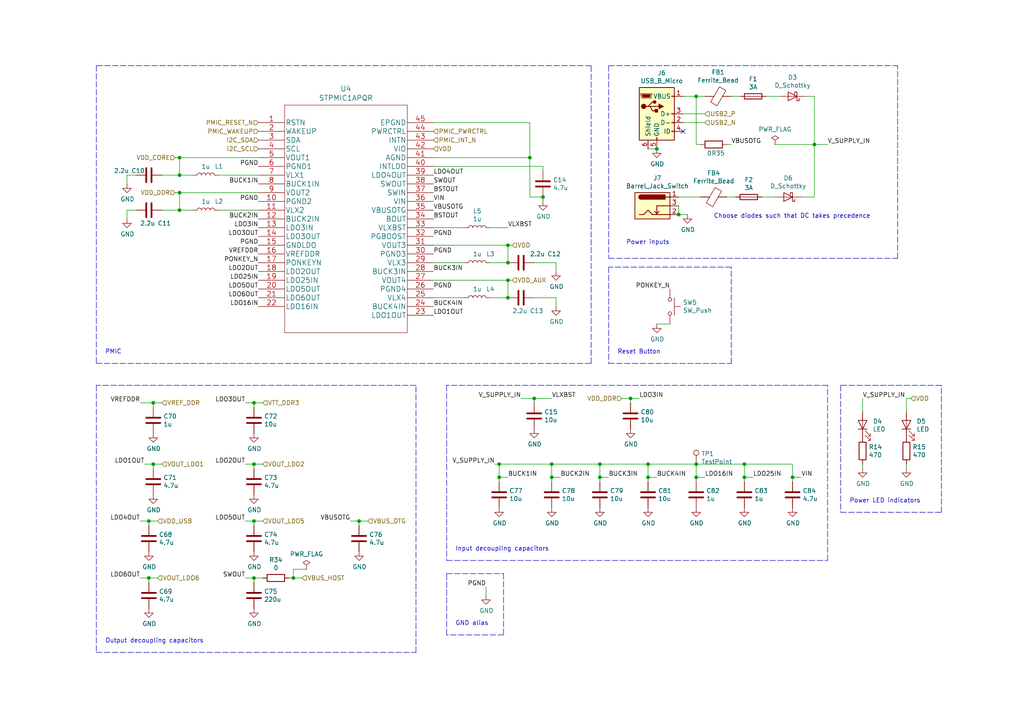
<source format=kicad_sch>
(kicad_sch (version 20211123) (generator eeschema)
  (paper "A4")
  (lib_symbols
    (symbol "Connector:Barrel_Jack_Switch" (pin_names hide)
      (property "Reference" "J" (at 0 5.334 0))
      (property "Value" "Connector_Barrel_Jack_Switch" (at 0 -5.08 0))
      (symbol "Barrel_Jack_Switch_0_1"
        (rectangle (start -5.08 3.81) (end 5.08 -3.81) (stroke (width 0.254)) (fill (type background)))
        (arc (start -3.302 3.175) (mid -3.937 2.54) (end -3.302 1.905) (stroke (width 0.254)))
        (arc (start -3.302 3.175) (mid -3.937 2.54) (end -3.302 1.905) (stroke (width 0.254)) (fill (type outline)))
        (polyline (pts (xy 1.27 -2.286) (xy 1.905 -1.651)) (stroke (width 0.254)))
        (polyline (pts (xy 5.08 2.54) (xy 3.81 2.54)) (stroke (width 0.254)))
        (polyline (pts (xy 5.08 0) (xy 1.27 0) (xy 1.27 -2.286) (xy 0.635 -1.651)) (stroke (width 0.254)))
        (polyline (pts (xy -3.81 -2.54) (xy -2.54 -2.54) (xy -1.27 -1.27) (xy 0 -2.54) (xy 2.54 -2.54) (xy 5.08 -2.54)) (stroke (width 0.254)))
        (rectangle (start 3.683 3.175) (end -3.302 1.905) (stroke (width 0.254)) (fill (type outline)))
      )
      (symbol "Barrel_Jack_Switch_1_1"
        (pin passive line (at 7.62 2.54 180) (length 2.54) (name "~") (number "1"))
        (pin passive line (at 7.62 -2.54 180) (length 2.54) (name "~") (number "2"))
        (pin passive line (at 7.62 0 180) (length 2.54) (name "~") (number "3"))
      )
    )
    (symbol "Connector:TestPoint" (pin_numbers hide) (pin_names (offset 0.762) hide)
      (property "Reference" "TP" (at 0 6.858 0))
      (property "Value" "Connector_TestPoint" (at 0 5.08 0))
      (symbol "TestPoint_0_1"
        (circle (center 0 3.302) (radius 0.762))
      )
      (symbol "TestPoint_1_1"
        (pin passive line (at 0 0 90) (length 2.54) (name "1") (number "1"))
      )
    )
    (symbol "Connector:USB_B_Micro" (pin_names (offset 1.016))
      (property "Reference" "J" (at -5.08 11.43 0))
      (property "Value" "Connector_USB_B_Micro" (at -5.08 8.89 0))
      (symbol "USB_B_Micro_0_1"
        (rectangle (start -5.08 -7.62) (end 5.08 7.62) (stroke (width 0.254)) (fill (type background)))
        (circle (center -3.81 2.159) (radius 0.635) (stroke (width 0.254)) (fill (type outline)))
        (circle (center -0.635 3.429) (radius 0.381) (stroke (width 0.254)) (fill (type outline)))
        (rectangle (start -0.127 -7.62) (end 0.127 -6.858))
        (polyline (pts (xy -1.905 2.159) (xy 0.635 2.159)) (stroke (width 0.254)))
        (polyline (pts (xy -3.175 2.159) (xy -2.54 2.159) (xy -1.27 3.429) (xy -0.635 3.429)) (stroke (width 0.254)))
        (polyline (pts (xy -2.54 2.159) (xy -1.905 2.159) (xy -1.27 0.889) (xy 0 0.889)) (stroke (width 0.254)))
        (polyline (pts (xy 0.635 2.794) (xy 0.635 1.524) (xy 1.905 2.159) (xy 0.635 2.794)) (stroke (width 0.254)) (fill (type outline)))
        (polyline (pts (xy -4.318 5.588) (xy -1.778 5.588) (xy -2.032 4.826) (xy -4.064 4.826) (xy -4.318 5.588)) (fill (type outline)))
        (polyline (pts (xy -4.699 5.842) (xy -4.699 5.588) (xy -4.445 4.826) (xy -4.445 4.572) (xy -1.651 4.572) (xy -1.651 4.826) (xy -1.397 5.588) (xy -1.397 5.842) (xy -4.699 5.842)))
        (rectangle (start 0.254 1.27) (end -0.508 0.508) (stroke (width 0.254)) (fill (type outline)))
        (rectangle (start 5.08 -5.207) (end 4.318 -4.953))
        (rectangle (start 5.08 -2.667) (end 4.318 -2.413))
        (rectangle (start 5.08 -0.127) (end 4.318 0.127))
        (rectangle (start 5.08 4.953) (end 4.318 5.207))
      )
      (symbol "USB_B_Micro_1_1"
        (pin power_out line (at 7.62 5.08 180) (length 2.54) (name "VBUS") (number "1"))
        (pin passive line (at 7.62 -2.54 180) (length 2.54) (name "D-") (number "2"))
        (pin passive line (at 7.62 0 180) (length 2.54) (name "D+") (number "3"))
        (pin passive line (at 7.62 -5.08 180) (length 2.54) (name "ID") (number "4"))
        (pin power_out line (at 0 -10.16 90) (length 2.54) (name "GND") (number "5"))
        (pin passive line (at -2.54 -10.16 90) (length 2.54) (name "Shield") (number "6"))
      )
    )
    (symbol "Device:C" (pin_numbers hide) (pin_names (offset 0.254))
      (property "Reference" "C" (at 0.635 2.54 0))
      (property "Value" "Device_C" (at 0.635 -2.54 0))
      (symbol "C_0_1"
        (polyline (pts (xy -2.032 -0.762) (xy 2.032 -0.762)) (stroke (width 0.508)))
        (polyline (pts (xy -2.032 0.762) (xy 2.032 0.762)) (stroke (width 0.508)))
      )
      (symbol "C_1_1"
        (pin passive line (at 0 3.81 270) (length 2.794) (name "~") (number "1"))
        (pin passive line (at 0 -3.81 90) (length 2.794) (name "~") (number "2"))
      )
    )
    (symbol "Device:D_Schottky" (pin_numbers hide) (pin_names (offset 1.016) hide)
      (property "Reference" "D" (at 0 2.54 0))
      (property "Value" "Device_D_Schottky" (at 0 -2.54 0))
      (symbol "D_Schottky_0_1"
        (polyline (pts (xy 1.27 0) (xy -1.27 0)))
        (polyline (pts (xy 1.27 1.27) (xy 1.27 -1.27) (xy -1.27 0) (xy 1.27 1.27)) (stroke (width 0.2032)))
        (polyline (pts (xy -1.905 0.635) (xy -1.905 1.27) (xy -1.27 1.27) (xy -1.27 -1.27) (xy -0.635 -1.27) (xy -0.635 -0.635)) (stroke (width 0.2032)))
      )
      (symbol "D_Schottky_1_1"
        (pin passive line (at -3.81 0 0) (length 2.54) (name "K") (number "1"))
        (pin passive line (at 3.81 0 180) (length 2.54) (name "A") (number "2"))
      )
    )
    (symbol "Device:Ferrite_Bead" (pin_numbers hide) (pin_names (offset 0))
      (property "Reference" "FB" (at -3.81 0.635 90))
      (property "Value" "Device_Ferrite_Bead" (at 3.81 0 90))
      (symbol "Ferrite_Bead_0_1"
        (polyline (pts (xy 0 -1.27) (xy 0 -1.2192)))
        (polyline (pts (xy 0 1.27) (xy 0 1.2954)))
        (polyline (pts (xy -2.7686 0.4064) (xy -1.7018 2.2606) (xy 2.7686 -0.3048) (xy 1.6764 -2.159) (xy -2.7686 0.4064)))
      )
      (symbol "Ferrite_Bead_1_1"
        (pin passive line (at 0 3.81 270) (length 2.54) (name "~") (number "1"))
        (pin passive line (at 0 -3.81 90) (length 2.54) (name "~") (number "2"))
      )
    )
    (symbol "Device:Fuse" (pin_numbers hide) (pin_names (offset 0))
      (property "Reference" "F" (at 2.032 0 90))
      (property "Value" "Device_Fuse" (at -1.905 0 90))
      (symbol "Fuse_0_1"
        (rectangle (start -0.762 -2.54) (end 0.762 2.54) (stroke (width 0.254)))
        (polyline (pts (xy 0 2.54) (xy 0 -2.54)))
      )
      (symbol "Fuse_1_1"
        (pin passive line (at 0 3.81 270) (length 1.27) (name "~") (number "1"))
        (pin passive line (at 0 -3.81 90) (length 1.27) (name "~") (number "2"))
      )
    )
    (symbol "Device:L" (pin_numbers hide) (pin_names (offset 1.016) hide)
      (property "Reference" "L" (at -1.27 0 90))
      (property "Value" "Device_L" (at 1.905 0 90))
      (symbol "L_0_1"
        (arc (start 0 -2.54) (mid 0.635 -1.905) (end 0 -1.27))
        (arc (start 0 -1.27) (mid 0.635 -0.635) (end 0 0))
        (arc (start 0 0) (mid 0.635 0.635) (end 0 1.27))
        (arc (start 0 1.27) (mid 0.635 1.905) (end 0 2.54))
      )
      (symbol "L_1_1"
        (pin passive line (at 0 3.81 270) (length 1.27) (name "1") (number "1"))
        (pin passive line (at 0 -3.81 90) (length 1.27) (name "2") (number "2"))
      )
    )
    (symbol "Device:LED" (pin_numbers hide) (pin_names (offset 1.016) hide)
      (property "Reference" "D" (at 0 2.54 0))
      (property "Value" "Device_LED" (at 0 -2.54 0))
      (symbol "LED_0_1"
        (polyline (pts (xy -1.27 -1.27) (xy -1.27 1.27)) (stroke (width 0.2032)))
        (polyline (pts (xy -1.27 0) (xy 1.27 0)))
        (polyline (pts (xy 1.27 -1.27) (xy 1.27 1.27) (xy -1.27 0) (xy 1.27 -1.27)) (stroke (width 0.2032)))
        (polyline (pts (xy -3.048 -0.762) (xy -4.572 -2.286) (xy -3.81 -2.286) (xy -4.572 -2.286) (xy -4.572 -1.524)))
        (polyline (pts (xy -1.778 -0.762) (xy -3.302 -2.286) (xy -2.54 -2.286) (xy -3.302 -2.286) (xy -3.302 -1.524)))
      )
      (symbol "LED_1_1"
        (pin passive line (at -3.81 0 0) (length 2.54) (name "K") (number "1"))
        (pin passive line (at 3.81 0 180) (length 2.54) (name "A") (number "2"))
      )
    )
    (symbol "Device:R" (pin_numbers hide) (pin_names (offset 0))
      (property "Reference" "R" (at 2.032 0 90))
      (property "Value" "Device_R" (at 0 0 90))
      (symbol "R_0_1"
        (rectangle (start -1.016 -2.54) (end 1.016 2.54) (stroke (width 0.254)))
      )
      (symbol "R_1_1"
        (pin passive line (at 0 3.81 270) (length 1.27) (name "~") (number "1"))
        (pin passive line (at 0 -3.81 90) (length 1.27) (name "~") (number "2"))
      )
    )
    (symbol "LinuxBoard:STPMIC1APQR" (pin_names (offset 0.254))
      (property "Reference" "U" (at 25.4 10.16 0))
      (property "Value" "STPMIC1APQR" (at 25.4 7.62 0))
      (symbol "STPMIC1APQR_1_1"
        (polyline (pts (xy 7.62 -60.96) (xy 43.18 -60.96)) (stroke (width 0.127)))
        (polyline (pts (xy 7.62 5.08) (xy 7.62 -60.96)) (stroke (width 0.127)))
        (polyline (pts (xy 43.18 -60.96) (xy 43.18 5.08)) (stroke (width 0.127)))
        (polyline (pts (xy 43.18 5.08) (xy 7.62 5.08)) (stroke (width 0.127)))
        (pin bidirectional line (at 0 0 0) (length 7.62) (name "RSTN") (number "1"))
        (pin power_in line (at 0 -22.86 0) (length 7.62) (name "PGND2") (number "10"))
        (pin output line (at 0 -25.4 0) (length 7.62) (name "VLX2") (number "11"))
        (pin input line (at 0 -27.94 0) (length 7.62) (name "BUCK2IN") (number "12"))
        (pin input line (at 0 -30.48 0) (length 7.62) (name "LDO3IN") (number "13"))
        (pin output line (at 0 -33.02 0) (length 7.62) (name "LDO3OUT") (number "14"))
        (pin power_in line (at 0 -35.56 0) (length 7.62) (name "GNDLDO") (number "15"))
        (pin output line (at 0 -38.1 0) (length 7.62) (name "VREFDDR") (number "16"))
        (pin input line (at 0 -40.64 0) (length 7.62) (name "PONKEYN") (number "17"))
        (pin output line (at 0 -43.18 0) (length 7.62) (name "LDO2OUT") (number "18"))
        (pin input line (at 0 -45.72 0) (length 7.62) (name "LDO25IN") (number "19"))
        (pin input line (at 0 -2.54 0) (length 7.62) (name "WAKEUP") (number "2"))
        (pin output line (at 0 -48.26 0) (length 7.62) (name "LDO5OUT") (number "20"))
        (pin output line (at 0 -50.8 0) (length 7.62) (name "LDO6OUT") (number "21"))
        (pin input line (at 0 -53.34 0) (length 7.62) (name "LDO16IN") (number "22"))
        (pin output line (at 50.8 -55.88 180) (length 7.62) (name "LDO1OUT") (number "23"))
        (pin input line (at 50.8 -53.34 180) (length 7.62) (name "BUCK4IN") (number "24"))
        (pin output line (at 50.8 -50.8 180) (length 7.62) (name "VLX4") (number "25"))
        (pin power_in line (at 50.8 -48.26 180) (length 7.62) (name "PGND4") (number "26"))
        (pin output line (at 50.8 -45.72 180) (length 7.62) (name "VOUT4") (number "27"))
        (pin input line (at 50.8 -43.18 180) (length 7.62) (name "BUCK3IN") (number "28"))
        (pin output line (at 50.8 -40.64 180) (length 7.62) (name "VLX3") (number "29"))
        (pin bidirectional line (at 0 -5.08 0) (length 7.62) (name "SDA") (number "3"))
        (pin power_in line (at 50.8 -38.1 180) (length 7.62) (name "PGND3") (number "30"))
        (pin output line (at 50.8 -35.56 180) (length 7.62) (name "VOUT3") (number "31"))
        (pin power_in line (at 50.8 -33.02 180) (length 7.62) (name "PGBOOST") (number "32"))
        (pin input line (at 50.8 -30.48 180) (length 7.62) (name "VLXBST") (number "33"))
        (pin output line (at 50.8 -27.94 180) (length 7.62) (name "BOUT") (number "34"))
        (pin output line (at 50.8 -25.4 180) (length 7.62) (name "VBUSOTG") (number "35"))
        (pin input line (at 50.8 -22.86 180) (length 7.62) (name "VIN") (number "36"))
        (pin input line (at 50.8 -20.32 180) (length 7.62) (name "SWIN") (number "37"))
        (pin output line (at 50.8 -17.78 180) (length 7.62) (name "SWOUT") (number "38"))
        (pin output line (at 50.8 -15.24 180) (length 7.62) (name "LDO4OUT") (number "39"))
        (pin input line (at 0 -7.62 0) (length 7.62) (name "SCL") (number "4"))
        (pin output line (at 50.8 -12.7 180) (length 7.62) (name "INTLDO") (number "40"))
        (pin power_in line (at 50.8 -10.16 180) (length 7.62) (name "AGND") (number "41"))
        (pin input line (at 50.8 -7.62 180) (length 7.62) (name "VIO") (number "42"))
        (pin output line (at 50.8 -5.08 180) (length 7.62) (name "INTN") (number "43"))
        (pin input line (at 50.8 -2.54 180) (length 7.62) (name "PWRCTRL") (number "44"))
        (pin power_in line (at 50.8 0 180) (length 7.62) (name "EPGND") (number "45"))
        (pin output line (at 0 -10.16 0) (length 7.62) (name "VOUT1") (number "5"))
        (pin power_in line (at 0 -12.7 0) (length 7.62) (name "PGND1") (number "6"))
        (pin output line (at 0 -15.24 0) (length 7.62) (name "VLX1") (number "7"))
        (pin input line (at 0 -17.78 0) (length 7.62) (name "BUCK1IN") (number "8"))
        (pin output line (at 0 -20.32 0) (length 7.62) (name "VOUT2") (number "9"))
      )
    )
    (symbol "Switch:SW_Push" (pin_numbers hide) (pin_names (offset 1.016) hide)
      (property "Reference" "SW" (at 1.27 2.54 0))
      (property "Value" "Switch_SW_Push" (at 0 -1.524 0))
      (symbol "SW_Push_0_1"
        (circle (center -2.032 0) (radius 0.508))
        (polyline (pts (xy 0 1.27) (xy 0 3.048)))
        (polyline (pts (xy 2.54 1.27) (xy -2.54 1.27)))
        (circle (center 2.032 0) (radius 0.508))
        (pin passive line (at -5.08 0 0) (length 2.54) (name "1") (number "1"))
        (pin passive line (at 5.08 0 180) (length 2.54) (name "2") (number "2"))
      )
    )
    (symbol "power:GND" (power) (pin_names (offset 0))
      (property "Value" "power_GND" (at 0 -3.81 0))
      (symbol "GND_0_1"
        (polyline (pts (xy 0 0) (xy 0 -1.27) (xy 1.27 -1.27) (xy 0 -2.54) (xy -1.27 -1.27) (xy 0 -1.27)))
      )
      (symbol "GND_1_1"
        (pin power_in line (at 0 0 270) (length 0) hide (name "GND") (number "1"))
      )
    )
    (symbol "power:PWR_FLAG" (power) (pin_numbers hide) (pin_names (offset 0) hide)
      (property "Value" "power_PWR_FLAG" (at 0 3.81 0))
      (symbol "PWR_FLAG_0_0"
        (pin power_out line (at 0 0 90) (length 0) (name "pwr") (number "1"))
      )
      (symbol "PWR_FLAG_0_1"
        (polyline (pts (xy 0 0) (xy 0 1.27) (xy -1.016 1.905) (xy 0 2.54) (xy 1.016 1.905) (xy 0 1.27)))
      )
    )
  )
  (junction (at 215.9 134.62))
  (junction (at 52.07 60.96))
  (junction (at 173.99 138.43))
  (junction (at 73.66 116.84))
  (junction (at 201.93 134.62))
  (junction (at 160.02 134.62))
  (junction (at 147.32 76.2))
  (junction (at 201.93 138.43))
  (junction (at 157.48 57.15))
  (junction (at 182.88 115.57))
  (junction (at 187.96 138.43))
  (junction (at 52.07 45.72))
  (junction (at 144.78 134.62))
  (junction (at 73.66 151.13))
  (junction (at 73.66 134.62))
  (junction (at 44.45 116.84))
  (junction (at 43.18 151.13))
  (junction (at 43.18 167.64))
  (junction (at 147.32 86.36))
  (junction (at 153.67 45.72))
  (junction (at 52.07 50.8))
  (junction (at 190.5 43.18))
  (junction (at 215.9 138.43))
  (junction (at 160.02 138.43))
  (junction (at 85.09 167.64))
  (junction (at 173.99 134.62))
  (junction (at 201.93 27.94))
  (junction (at 44.45 134.62))
  (junction (at 236.22 41.91))
  (junction (at 147.32 81.28))
  (junction (at 73.66 167.64))
  (junction (at 104.14 151.13))
  (junction (at 52.07 55.88))
  (junction (at 229.87 138.43))
  (junction (at 144.78 138.43))
  (junction (at 147.32 71.12))
  (junction (at 154.94 115.57))
  (junction (at 187.96 134.62))
  (junction (at 196.85 62.23))
  (no_connect (at 198.12 38.1))
  (wire (pts (xy 104.14 151.13) (xy 101.6 151.13)))
  (wire (pts (xy 36.83 53.34) (xy 36.83 50.8)))
  (wire (pts (xy 151.13 115.57) (xy 154.94 115.57)))
  (wire (pts (xy 46.99 50.8) (xy 52.07 50.8)))
  (polyline (pts (xy 171.45 105.41) (xy 171.45 19.05)))
  (wire (pts (xy 160.02 134.62) (xy 173.99 134.62)))
  (wire (pts (xy 187.96 138.43) (xy 187.96 139.7)))
  (wire (pts (xy 236.22 41.91) (xy 236.22 27.94)))
  (wire (pts (xy 147.32 71.12) (xy 125.73 71.12)))
  (wire (pts (xy 73.66 118.11) (xy 73.66 116.84)))
  (wire (pts (xy 85.09 165.1) (xy 85.09 167.64)))
  (wire (pts (xy 40.64 116.84) (xy 44.45 116.84)))
  (wire (pts (xy 226.06 27.94) (xy 222.25 27.94)))
  (wire (pts (xy 187.96 134.62) (xy 187.96 138.43)))
  (wire (pts (xy 44.45 134.62) (xy 41.91 134.62)))
  (wire (pts (xy 44.45 135.89) (xy 44.45 134.62)))
  (polyline (pts (xy 129.54 166.37) (xy 146.05 166.37)))
  (polyline (pts (xy 260.35 74.93) (xy 260.35 19.05)))
  (wire (pts (xy 52.07 60.96) (xy 52.07 55.88)))
  (polyline (pts (xy 27.94 111.76) (xy 27.94 189.23)))
  (wire (pts (xy 73.66 134.62) (xy 76.2 134.62)))
  (polyline (pts (xy 176.53 19.05) (xy 260.35 19.05)))
  (polyline (pts (xy 129.54 111.76) (xy 129.54 162.56)))
  (polyline (pts (xy 27.94 19.05) (xy 27.94 105.41)))
  (polyline (pts (xy 120.65 111.76) (xy 27.94 111.76)))
  (polyline (pts (xy 212.09 77.47) (xy 176.53 77.47)))
  (wire (pts (xy 224.79 57.15) (xy 220.98 57.15)))
  (wire (pts (xy 142.24 86.36) (xy 147.32 86.36)))
  (wire (pts (xy 187.96 138.43) (xy 190.5 138.43)))
  (wire (pts (xy 173.99 134.62) (xy 173.99 138.43)))
  (wire (pts (xy 125.73 45.72) (xy 153.67 45.72)))
  (wire (pts (xy 161.29 78.74) (xy 161.29 76.2)))
  (wire (pts (xy 125.73 48.26) (xy 157.48 48.26)))
  (wire (pts (xy 104.14 152.4) (xy 104.14 151.13)))
  (wire (pts (xy 196.85 57.15) (xy 203.2 57.15)))
  (wire (pts (xy 134.62 66.04) (xy 125.73 66.04)))
  (wire (pts (xy 43.18 167.64) (xy 45.72 167.64)))
  (polyline (pts (xy 176.53 19.05) (xy 176.53 74.93)))
  (wire (pts (xy 250.19 135.89) (xy 250.19 134.62)))
  (wire (pts (xy 240.03 41.91) (xy 236.22 41.91)))
  (polyline (pts (xy 273.05 111.76) (xy 243.84 111.76)))
  (wire (pts (xy 52.07 55.88) (xy 74.93 55.88)))
  (wire (pts (xy 73.66 135.89) (xy 73.66 134.62)))
  (wire (pts (xy 201.93 27.94) (xy 204.47 27.94)))
  (wire (pts (xy 198.12 27.94) (xy 201.93 27.94)))
  (wire (pts (xy 160.02 138.43) (xy 162.56 138.43)))
  (wire (pts (xy 142.24 76.2) (xy 147.32 76.2)))
  (wire (pts (xy 43.18 168.91) (xy 43.18 167.64)))
  (wire (pts (xy 201.93 134.62) (xy 187.96 134.62)))
  (wire (pts (xy 210.82 57.15) (xy 213.36 57.15)))
  (polyline (pts (xy 146.05 184.15) (xy 129.54 184.15)))
  (wire (pts (xy 210.82 41.91) (xy 212.09 41.91)))
  (wire (pts (xy 73.66 167.64) (xy 76.2 167.64)))
  (wire (pts (xy 173.99 138.43) (xy 176.53 138.43)))
  (wire (pts (xy 229.87 134.62) (xy 215.9 134.62)))
  (wire (pts (xy 233.68 27.94) (xy 236.22 27.94)))
  (wire (pts (xy 153.67 45.72) (xy 153.67 57.15)))
  (wire (pts (xy 201.93 41.91) (xy 201.93 27.94)))
  (wire (pts (xy 203.2 41.91) (xy 201.93 41.91)))
  (polyline (pts (xy 176.53 77.47) (xy 176.53 105.41)))
  (wire (pts (xy 160.02 138.43) (xy 160.02 139.7)))
  (wire (pts (xy 144.78 138.43) (xy 147.32 138.43)))
  (wire (pts (xy 83.82 167.64) (xy 85.09 167.64)))
  (wire (pts (xy 55.88 50.8) (xy 52.07 50.8)))
  (wire (pts (xy 46.99 60.96) (xy 52.07 60.96)))
  (wire (pts (xy 201.93 138.43) (xy 201.93 134.62)))
  (wire (pts (xy 212.09 27.94) (xy 214.63 27.94)))
  (wire (pts (xy 73.66 134.62) (xy 71.12 134.62)))
  (wire (pts (xy 140.97 172.72) (xy 140.97 170.18)))
  (wire (pts (xy 153.67 57.15) (xy 157.48 57.15)))
  (wire (pts (xy 147.32 81.28) (xy 125.73 81.28)))
  (wire (pts (xy 144.78 134.62) (xy 160.02 134.62)))
  (wire (pts (xy 196.85 62.23) (xy 196.85 59.69)))
  (wire (pts (xy 43.18 167.64) (xy 40.64 167.64)))
  (wire (pts (xy 44.45 134.62) (xy 46.99 134.62)))
  (wire (pts (xy 264.16 115.57) (xy 262.89 115.57)))
  (polyline (pts (xy 129.54 162.56) (xy 240.03 162.56)))
  (wire (pts (xy 215.9 134.62) (xy 201.93 134.62)))
  (wire (pts (xy 250.19 115.57) (xy 250.19 119.38)))
  (polyline (pts (xy 27.94 105.41) (xy 171.45 105.41)))
  (wire (pts (xy 125.73 76.2) (xy 134.62 76.2)))
  (wire (pts (xy 215.9 138.43) (xy 215.9 134.62)))
  (wire (pts (xy 73.66 116.84) (xy 71.12 116.84)))
  (polyline (pts (xy 176.53 105.41) (xy 212.09 105.41)))
  (wire (pts (xy 43.18 151.13) (xy 40.64 151.13)))
  (wire (pts (xy 173.99 138.43) (xy 173.99 139.7)))
  (wire (pts (xy 147.32 76.2) (xy 147.32 71.12)))
  (wire (pts (xy 148.59 81.28) (xy 147.32 81.28)))
  (wire (pts (xy 73.66 168.91) (xy 73.66 167.64)))
  (wire (pts (xy 153.67 35.56) (xy 153.67 45.72)))
  (wire (pts (xy 182.88 115.57) (xy 180.34 115.57)))
  (wire (pts (xy 201.93 139.7) (xy 201.93 138.43)))
  (wire (pts (xy 262.89 135.89) (xy 262.89 134.62)))
  (wire (pts (xy 187.96 43.18) (xy 190.5 43.18)))
  (polyline (pts (xy 243.84 111.76) (xy 243.84 148.59)))
  (wire (pts (xy 154.94 115.57) (xy 160.02 115.57)))
  (polyline (pts (xy 176.53 74.93) (xy 260.35 74.93)))
  (wire (pts (xy 157.48 58.42) (xy 157.48 57.15)))
  (wire (pts (xy 147.32 66.04) (xy 142.24 66.04)))
  (wire (pts (xy 199.39 62.23) (xy 196.85 62.23)))
  (wire (pts (xy 104.14 151.13) (xy 106.68 151.13)))
  (wire (pts (xy 148.59 71.12) (xy 147.32 71.12)))
  (wire (pts (xy 125.73 86.36) (xy 134.62 86.36)))
  (wire (pts (xy 161.29 88.9) (xy 161.29 86.36)))
  (polyline (pts (xy 129.54 184.15) (xy 129.54 166.37)))
  (wire (pts (xy 154.94 115.57) (xy 154.94 116.84)))
  (polyline (pts (xy 171.45 19.05) (xy 27.94 19.05)))
  (wire (pts (xy 73.66 167.64) (xy 71.12 167.64)))
  (polyline (pts (xy 243.84 148.59) (xy 273.05 148.59)))
  (wire (pts (xy 50.8 55.88) (xy 52.07 55.88)))
  (wire (pts (xy 55.88 60.96) (xy 52.07 60.96)))
  (wire (pts (xy 73.66 151.13) (xy 76.2 151.13)))
  (wire (pts (xy 198.12 33.02) (xy 204.47 33.02)))
  (wire (pts (xy 73.66 152.4) (xy 73.66 151.13)))
  (wire (pts (xy 173.99 134.62) (xy 187.96 134.62)))
  (wire (pts (xy 229.87 139.7) (xy 229.87 138.43)))
  (polyline (pts (xy 273.05 148.59) (xy 273.05 111.76)))
  (wire (pts (xy 182.88 116.84) (xy 182.88 115.57)))
  (wire (pts (xy 157.48 49.53) (xy 157.48 48.26)))
  (polyline (pts (xy 212.09 105.41) (xy 212.09 77.47)))
  (wire (pts (xy 204.47 35.56) (xy 198.12 35.56)))
  (wire (pts (xy 154.94 76.2) (xy 161.29 76.2)))
  (wire (pts (xy 36.83 63.5) (xy 36.83 60.96)))
  (wire (pts (xy 52.07 45.72) (xy 74.93 45.72)))
  (wire (pts (xy 44.45 118.11) (xy 44.45 116.84)))
  (wire (pts (xy 88.9 165.1) (xy 85.09 165.1)))
  (polyline (pts (xy 120.65 189.23) (xy 120.65 111.76)))
  (wire (pts (xy 63.5 60.96) (xy 74.93 60.96)))
  (wire (pts (xy 215.9 138.43) (xy 218.44 138.43)))
  (wire (pts (xy 73.66 151.13) (xy 71.12 151.13)))
  (polyline (pts (xy 146.05 166.37) (xy 146.05 184.15)))
  (wire (pts (xy 215.9 139.7) (xy 215.9 138.43)))
  (wire (pts (xy 52.07 50.8) (xy 52.07 45.72)))
  (wire (pts (xy 36.83 60.96) (xy 39.37 60.96)))
  (wire (pts (xy 182.88 115.57) (xy 185.42 115.57)))
  (wire (pts (xy 43.18 151.13) (xy 45.72 151.13)))
  (wire (pts (xy 74.93 50.8) (xy 63.5 50.8)))
  (wire (pts (xy 43.18 152.4) (xy 43.18 151.13)))
  (polyline (pts (xy 240.03 111.76) (xy 129.54 111.76)))
  (wire (pts (xy 85.09 167.64) (xy 87.63 167.64)))
  (polyline (pts (xy 240.03 162.56) (xy 240.03 111.76)))
  (wire (pts (xy 73.66 116.84) (xy 76.2 116.84)))
  (wire (pts (xy 236.22 57.15) (xy 236.22 41.91)))
  (wire (pts (xy 46.99 116.84) (xy 44.45 116.84)))
  (wire (pts (xy 262.89 115.57) (xy 262.89 119.38)))
  (wire (pts (xy 229.87 138.43) (xy 232.41 138.43)))
  (wire (pts (xy 125.73 35.56) (xy 153.67 35.56)))
  (wire (pts (xy 229.87 138.43) (xy 229.87 134.62)))
  (wire (pts (xy 160.02 134.62) (xy 160.02 138.43)))
  (wire (pts (xy 144.78 138.43) (xy 144.78 139.7)))
  (polyline (pts (xy 27.94 189.23) (xy 120.65 189.23)))
  (wire (pts (xy 190.5 93.98) (xy 194.31 93.98)))
  (wire (pts (xy 201.93 138.43) (xy 204.47 138.43)))
  (wire (pts (xy 224.79 41.91) (xy 236.22 41.91)))
  (wire (pts (xy 147.32 86.36) (xy 147.32 81.28)))
  (wire (pts (xy 232.41 57.15) (xy 236.22 57.15)))
  (wire (pts (xy 36.83 50.8) (xy 39.37 50.8)))
  (wire (pts (xy 144.78 134.62) (xy 144.78 138.43)))
  (wire (pts (xy 143.51 134.62) (xy 144.78 134.62)))
  (wire (pts (xy 50.8 45.72) (xy 52.07 45.72)))
  (wire (pts (xy 154.94 86.36) (xy 161.29 86.36)))
  (text "PMIC\n" (at 30.48 102.87 0) (effects (font (size 1.27 1.27)) (justify left bottom)))
  (text "Power LED indicators" (at 246.38 146.05 0) (effects (font (size 1.27 1.27)) (justify left bottom)))
  (text "Choose diodes such that DC takes precedence" (at 207.01 63.5 0) (effects (font (size 1.27 1.27)) (justify left bottom)))
  (text "GND alias\n" (at 132.08 181.61 0) (effects (font (size 1.27 1.27)) (justify left bottom)))
  (text "Reset Button\n" (at 179.07 102.87 0) (effects (font (size 1.27 1.27)) (justify left bottom)))
  (text "Power inputs" (at 181.61 71.12 0) (effects (font (size 1.27 1.27)) (justify left bottom)))
  (text "Input decoupling capacitors\n" (at 132.08 160.02 0) (effects (font (size 1.27 1.27)) (justify left bottom)))
  (text "Output decoupling capacitors" (at 30.48 186.69 0) (effects (font (size 1.27 1.27)) (justify left bottom)))
  (label "PGND" (at 125.73 83.82 0))
  (label "BSTOUT" (at 125.73 55.88 0))
  (label "BUCK4IN" (at 190.5 138.43 0))
  (label "PGND" (at 74.93 71.12 180))
  (label "LDO4OUT" (at 40.64 151.13 180))
  (label "PGND" (at 140.97 170.18 180))
  (label "LDO16IN" (at 204.47 138.43 0))
  (label "SWOUT" (at 71.12 167.64 180))
  (label "PGND" (at 125.73 68.58 0))
  (label "LDO4OUT" (at 125.73 50.8 0))
  (label "LDO2OUT" (at 74.93 78.74 180))
  (label "VREFDDR" (at 40.64 116.84 180))
  (label "LDO5OUT" (at 71.12 151.13 180))
  (label "PONKEY_N" (at 194.31 83.82 180))
  (label "PONKEY_N" (at 74.93 76.2 180))
  (label "LDO1OUT" (at 41.91 134.62 180))
  (label "LDO16IN" (at 74.93 88.9 180))
  (label "VLXBST" (at 160.02 115.57 0))
  (label "BUCK1IN" (at 147.32 138.43 0))
  (label "BUCK2IN" (at 162.56 138.43 0))
  (label "BUCK1IN" (at 74.93 53.34 180))
  (label "BUCK2IN" (at 74.93 63.5 180))
  (label "PGND" (at 125.73 73.66 0))
  (label "PGND" (at 74.93 58.42 180))
  (label "V_SUPPLY_IN" (at 143.51 134.62 180))
  (label "V_SUPPLY_IN" (at 250.19 115.57 0))
  (label "LDO5OUT" (at 74.93 83.82 180))
  (label "VBUSOTG" (at 125.73 60.96 0))
  (label "LDO3IN" (at 185.42 115.57 0))
  (label "BUCK3IN" (at 125.73 78.74 0))
  (label "LDO25IN" (at 74.93 81.28 180))
  (label "LDO2OUT" (at 71.12 134.62 180))
  (label "V_SUPPLY_IN" (at 151.13 115.57 180))
  (label "BUCK4IN" (at 125.73 88.9 0))
  (label "BUCK3IN" (at 176.53 138.43 0))
  (label "V_SUPPLY_IN" (at 240.03 41.91 0))
  (label "VBUSOTG" (at 212.09 41.91 0))
  (label "VBUSOTG" (at 101.6 151.13 180))
  (label "VIN" (at 232.41 138.43 0))
  (label "LDO3IN" (at 74.93 66.04 180))
  (label "VIN" (at 125.73 58.42 0))
  (label "VLXBST" (at 147.32 66.04 0))
  (label "LDO3OUT" (at 71.12 116.84 180))
  (label "LDO3OUT" (at 74.93 68.58 180))
  (label "LDO6OUT" (at 74.93 86.36 180))
  (label "LDO6OUT" (at 40.64 167.64 180))
  (label "VREFDDR" (at 74.93 73.66 180))
  (label "LDO1OUT" (at 125.73 91.44 0))
  (label "BSTOUT" (at 125.73 63.5 0))
  (label "LDO25IN" (at 218.44 138.43 0))
  (label "SWOUT" (at 125.73 53.34 0))
  (label "PGND" (at 74.93 48.26 180))
  (hierarchical_label "VDD_CORE" (shape input) (at 50.8 45.72 180))
  (hierarchical_label "USB2_P" (shape input) (at 204.47 33.02 0))
  (hierarchical_label "PMIC_PWRCTRL" (shape input) (at 125.73 38.1 0))
  (hierarchical_label "VDD_DDR" (shape input) (at 180.34 115.57 180))
  (hierarchical_label "VREF_DDR" (shape input) (at 46.99 116.84 0))
  (hierarchical_label "USB2_N" (shape input) (at 204.47 35.56 0))
  (hierarchical_label "VDD" (shape input) (at 125.73 43.18 0))
  (hierarchical_label "VDD_DDR" (shape input) (at 50.8 55.88 180))
  (hierarchical_label "VOUT_LDO1" (shape input) (at 46.99 134.62 0))
  (hierarchical_label "I2C_SDA" (shape input) (at 74.93 40.64 180))
  (hierarchical_label "I2C_SCL" (shape input) (at 74.93 43.18 180))
  (hierarchical_label "VDD_AUX" (shape input) (at 148.59 81.28 0))
  (hierarchical_label "VBUS_HOST" (shape input) (at 87.63 167.64 0))
  (hierarchical_label "VDD" (shape input) (at 148.59 71.12 0))
  (hierarchical_label "VOUT_LDO2" (shape input) (at 76.2 134.62 0))
  (hierarchical_label "PMIC_RESET_N" (shape input) (at 74.93 35.56 180))
  (hierarchical_label "VDD" (shape input) (at 264.16 115.57 0))
  (hierarchical_label "VOUT_LDO5" (shape input) (at 76.2 151.13 0))
  (hierarchical_label "VOUT_LDO6" (shape input) (at 45.72 167.64 0))
  (hierarchical_label "PMIC_INT_N" (shape input) (at 125.73 40.64 0))
  (hierarchical_label "VDD_USB" (shape input) (at 45.72 151.13 0))
  (hierarchical_label "VBUS_OTG" (shape input) (at 106.68 151.13 0))
  (hierarchical_label "PMIC_WAKEUP" (shape input) (at 74.93 38.1 180))
  (hierarchical_label "VTT_DDR3" (shape input) (at 76.2 116.84 0))
  (symbol (lib_id "LinuxBoard:STPMIC1APQR") (at 74.93 35.56 0) (unit 1)
    (property "Reference" "U4" (at 100.33 25.7302 0) (effects (font (size 1.524 1.524))))
    (property "Value" "STPMIC1APQR" (at 100.33 28.4226 0) (effects (font (size 1.524 1.524))))
    (property "Footprint" "LinuxBoard:STPMIC1APQR" (effects hide))
  )
  (symbol (lib_id "Connector:USB_B_Micro") (at 190.5 33.02 0)
    (property "Reference" "J6" (at 191.9478 21.1582 0))
    (property "Value" "USB_B_Micro" (at 191.9478 23.4696 0))
    (property "Footprint" "Connector_USB:USB_Micro-B_Amphenol_10103594-0001LF_Horizontal" (effects hide))
  )
  (symbol (lib_id "Device:D_Schottky") (at 229.87 27.94 180)
    (property "Reference" "D3" (at 229.87 22.4536 0))
    (property "Value" "D_Schottky" (at 229.87 24.765 0))
    (property "Footprint" "Diode_SMD:D_0603_1608Metric" (effects hide))
  )
  (symbol (lib_id "Device:Ferrite_Bead") (at 208.28 27.94 270)
    (property "Reference" "FB1" (at 208.28 20.9804 90))
    (property "Value" "Ferrite_Bead" (at 208.28 23.2918 90))
    (property "Footprint" "Inductor_SMD:L_0603_1608Metric" (effects hide))
  )
  (symbol (lib_id "Device:Fuse") (at 218.44 27.94 270)
    (property "Reference" "F1" (at 218.44 22.9362 90))
    (property "Value" "3A" (at 218.44 25.2476 90))
    (property "Footprint" "Fuse:Fuse_0603_1608Metric" (effects hide))
  )
  (symbol (lib_id "power:GND") (at 190.5 43.18 0)
    (property "Reference" "#PWR026" (effects hide))
    (property "Value" "GND" (at 190.627 47.5742 0))
  )
  (symbol (lib_id "Device:R") (at 250.19 130.81 0) (unit 1)
    (property "Reference" "R14" (at 251.968 129.6416 0) (effects (justify left)))
    (property "Value" "470" (at 251.968 131.953 0) (effects (justify left)))
    (property "Footprint" "Resistor_SMD:R_0603_1608Metric_Pad1.05x0.95mm_HandSolder" (effects hide))
  )
  (symbol (lib_id "Device:LED") (at 250.19 123.19 90) (unit 1)
    (property "Reference" "D4" (at 253.1618 122.1994 90) (effects (justify right)))
    (property "Value" "LED" (at 253.1618 124.5108 90) (effects (justify right)))
    (property "Footprint" "LED_SMD:LED_0603_1608Metric" (effects hide))
  )
  (symbol (lib_id "power:GND") (at 250.19 135.89 0) (unit 1)
    (property "Reference" "#PWR028" (effects hide))
    (property "Value" "GND" (at 250.317 140.2842 0))
  )
  (symbol (lib_id "Connector:Barrel_Jack_Switch") (at 189.23 59.69 0) (unit 1)
    (property "Reference" "J7" (at 190.6778 51.6382 0))
    (property "Value" "Barrel_Jack_Switch" (at 190.6778 53.9496 0))
    (property "Footprint" "Connector_BarrelJack:BarrelJack_Wuerth_6941xx301002" (effects hide))
  )
  (symbol (lib_id "Device:R") (at 80.01 167.64 270) (unit 1)
    (property "Reference" "R34" (at 80.01 162.3822 90))
    (property "Value" "0" (at 80.01 164.6936 90))
    (property "Footprint" "Resistor_SMD:R_0603_1608Metric_Pad1.05x0.95mm_HandSolder" (effects hide))
  )
  (symbol (lib_id "Device:L") (at 59.69 50.8 90) (unit 1)
    (property "Reference" "L1" (at 63.5 48.26 90))
    (property "Value" "1u" (at 59.69 48.2854 90))
    (property "Footprint" "Inductor_SMD:L_0603_1608Metric" (effects hide))
  )
  (symbol (lib_id "Device:C") (at 43.18 50.8 270) (unit 1)
    (property "Reference" "C10" (at 38.1 49.53 90) (effects (justify left)))
    (property "Value" "2.2u" (at 33.02 49.53 90) (effects (justify left)))
    (property "Footprint" "Capacitor_SMD:C_0603_1608Metric" (effects hide))
  )
  (symbol (lib_id "Device:L") (at 59.69 60.96 90) (unit 1)
    (property "Reference" "L2" (at 63.5 58.42 90))
    (property "Value" "1u" (at 59.69 58.4454 90))
    (property "Footprint" "Inductor_SMD:L_0603_1608Metric" (effects hide))
  )
  (symbol (lib_id "Device:C") (at 43.18 60.96 270) (unit 1)
    (property "Reference" "C11" (at 45.72 64.77 90) (effects (justify left)))
    (property "Value" "2.2u" (at 40.64 64.77 90) (effects (justify left)))
    (property "Footprint" "Capacitor_SMD:C_0603_1608Metric" (effects hide))
  )
  (symbol (lib_id "power:GND") (at 36.83 63.5 0) (unit 1)
    (property "Reference" "#PWR022" (effects hide))
    (property "Value" "GND" (at 36.957 67.8942 0))
  )
  (symbol (lib_id "power:GND") (at 36.83 53.34 0) (unit 1)
    (property "Reference" "#PWR021" (effects hide))
    (property "Value" "GND" (at 36.957 57.7342 0))
  )
  (symbol (lib_id "Device:L") (at 138.43 76.2 90) (unit 1)
    (property "Reference" "L3" (at 142.24 73.66 90))
    (property "Value" "1u" (at 138.43 73.6854 90))
    (property "Footprint" "Inductor_SMD:L_0603_1608Metric" (effects hide))
  )
  (symbol (lib_id "Device:C") (at 151.13 76.2 270) (unit 1)
    (property "Reference" "C12" (at 158.75 73.66 90) (effects (justify left)))
    (property "Value" "2.2u" (at 153.67 73.66 90) (effects (justify left)))
    (property "Footprint" "Capacitor_SMD:C_0603_1608Metric" (effects hide))
  )
  (symbol (lib_id "power:GND") (at 161.29 78.74 0) (unit 1)
    (property "Reference" "#PWR024" (effects hide))
    (property "Value" "GND" (at 161.417 83.1342 0))
  )
  (symbol (lib_id "Device:L") (at 138.43 86.36 90) (unit 1)
    (property "Reference" "L4" (at 142.24 83.82 90))
    (property "Value" "1u" (at 138.43 83.8454 90))
    (property "Footprint" "Inductor_SMD:L_0603_1608Metric" (effects hide))
  )
  (symbol (lib_id "Device:C") (at 151.13 86.36 270) (unit 1)
    (property "Reference" "C13" (at 153.67 90.17 90) (effects (justify left)))
    (property "Value" "2.2u" (at 148.59 90.17 90) (effects (justify left)))
    (property "Footprint" "Capacitor_SMD:C_0603_1608Metric" (effects hide))
  )
  (symbol (lib_id "power:GND") (at 161.29 88.9 0) (unit 1)
    (property "Reference" "#PWR025" (effects hide))
    (property "Value" "GND" (at 161.417 93.2942 0))
  )
  (symbol (lib_id "Switch:SW_Push") (at 194.31 88.9 270)
    (property "Reference" "SW5" (at 198.0692 87.7316 90) (effects (justify left)))
    (property "Value" "SW_Push" (at 198.0692 90.043 90) (effects (justify left)))
    (property "Footprint" "Button_Switch_SMD:SW_Push_1P1T_NO_6x6mm_H9.5mm" (effects hide))
  )
  (symbol (lib_id "power:GND") (at 190.5 93.98 0)
    (property "Reference" "#PWR035" (effects hide))
    (property "Value" "GND" (at 190.627 98.3742 0))
  )
  (symbol (lib_id "Device:L") (at 138.43 66.04 90) (unit 1)
    (property "Reference" "L5" (at 138.43 61.214 90))
    (property "Value" "1u" (at 138.43 63.5254 90))
    (property "Footprint" "Inductor_SMD:L_0603_1608Metric" (effects hide))
  )
  (symbol (lib_id "Device:C") (at 154.94 120.65 0) (unit 1)
    (property "Reference" "C15" (at 157.861 119.4816 0) (effects (justify left)))
    (property "Value" "10u" (at 157.861 121.793 0) (effects (justify left)))
    (property "Footprint" "Capacitor_SMD:C_0603_1608Metric" (effects hide))
  )
  (symbol (lib_id "power:GND") (at 154.94 124.46 0) (unit 1)
    (property "Reference" "#PWR027" (effects hide))
    (property "Value" "GND" (at 155.067 128.8542 0))
  )
  (symbol (lib_id "Device:C") (at 157.48 53.34 0) (unit 1)
    (property "Reference" "C14" (at 160.401 52.1716 0) (effects (justify left)))
    (property "Value" "4.7u" (at 160.401 54.483 0) (effects (justify left)))
    (property "Footprint" "Capacitor_SMD:C_0603_1608Metric" (effects hide))
  )
  (symbol (lib_id "power:GND") (at 157.48 58.42 0) (unit 1)
    (property "Reference" "#PWR023" (effects hide))
    (property "Value" "GND" (at 157.607 62.8142 0))
  )
  (symbol (lib_id "power:GND") (at 140.97 172.72 0) (unit 1)
    (property "Reference" "#PWR029" (effects hide))
    (property "Value" "GND" (at 141.097 177.1142 0))
  )
  (symbol (lib_id "Device:R") (at 262.89 130.81 0) (unit 1)
    (property "Reference" "R15" (at 264.668 129.6416 0) (effects (justify left)))
    (property "Value" "470" (at 264.668 131.953 0) (effects (justify left)))
    (property "Footprint" "Resistor_SMD:R_0603_1608Metric_Pad1.05x0.95mm_HandSolder" (effects hide))
  )
  (symbol (lib_id "Device:LED") (at 262.89 123.19 90) (unit 1)
    (property "Reference" "D5" (at 265.8618 122.1994 90) (effects (justify right)))
    (property "Value" "LED" (at 265.8618 124.5108 90) (effects (justify right)))
    (property "Footprint" "LED_SMD:LED_0603_1608Metric" (effects hide))
  )
  (symbol (lib_id "power:GND") (at 262.89 135.89 0) (unit 1)
    (property "Reference" "#PWR030" (effects hide))
    (property "Value" "GND" (at 263.017 140.2842 0))
  )
  (symbol (lib_id "Connector:TestPoint") (at 201.93 134.62 0) (unit 1)
    (property "Reference" "TP1" (at 203.4032 131.6228 0) (effects (justify left)))
    (property "Value" "TestPoint" (at 203.4032 133.9342 0) (effects (justify left)))
    (property "Footprint" "TestPoint:TestPoint_Pad_D2.0mm" (effects hide))
  )
  (symbol (lib_id "Device:R") (at 207.01 41.91 270) (unit 1)
    (property "Reference" "R35" (at 208.28 44.45 90))
    (property "Value" "0" (at 205.74 44.45 90))
    (property "Footprint" "Resistor_SMD:R_0603_1608Metric_Pad1.05x0.95mm_HandSolder" (effects hide))
  )
  (symbol (lib_id "power:PWR_FLAG") (at 88.9 165.1 0) (unit 1)
    (property "Reference" "#FLG0103" (effects hide))
    (property "Value" "PWR_FLAG" (at 88.9 160.7058 0))
  )
  (symbol (lib_id "Device:C") (at 144.78 143.51 0) (unit 1)
    (property "Reference" "C77" (at 147.701 142.3416 0) (effects (justify left)))
    (property "Value" "10u" (at 147.701 144.653 0) (effects (justify left)))
    (property "Footprint" "Capacitor_SMD:C_0603_1608Metric" (effects hide))
  )
  (symbol (lib_id "power:GND") (at 144.78 147.32 0) (unit 1)
    (property "Reference" "#PWR0111" (effects hide))
    (property "Value" "GND" (at 144.907 151.7142 0))
  )
  (symbol (lib_id "Device:C") (at 160.02 143.51 0) (unit 1)
    (property "Reference" "C78" (at 162.941 142.3416 0) (effects (justify left)))
    (property "Value" "10u" (at 162.941 144.653 0) (effects (justify left)))
    (property "Footprint" "Capacitor_SMD:C_0603_1608Metric" (effects hide))
  )
  (symbol (lib_id "power:GND") (at 160.02 147.32 0) (unit 1)
    (property "Reference" "#PWR0112" (effects hide))
    (property "Value" "GND" (at 160.147 151.7142 0))
  )
  (symbol (lib_id "Device:C") (at 173.99 143.51 0) (unit 1)
    (property "Reference" "C79" (at 176.911 142.3416 0) (effects (justify left)))
    (property "Value" "10u" (at 176.911 144.653 0) (effects (justify left)))
    (property "Footprint" "Capacitor_SMD:C_0603_1608Metric" (effects hide))
  )
  (symbol (lib_id "power:GND") (at 173.99 147.32 0) (unit 1)
    (property "Reference" "#PWR0113" (effects hide))
    (property "Value" "GND" (at 174.117 151.7142 0))
  )
  (symbol (lib_id "Device:C") (at 187.96 143.51 0) (unit 1)
    (property "Reference" "C81" (at 190.881 142.3416 0) (effects (justify left)))
    (property "Value" "10u" (at 190.881 144.653 0) (effects (justify left)))
    (property "Footprint" "Capacitor_SMD:C_0603_1608Metric" (effects hide))
  )
  (symbol (lib_id "power:GND") (at 187.96 147.32 0) (unit 1)
    (property "Reference" "#PWR0114" (effects hide))
    (property "Value" "GND" (at 188.087 151.7142 0))
  )
  (symbol (lib_id "Device:C") (at 44.45 139.7 0) (unit 1)
    (property "Reference" "C71" (at 47.371 138.5316 0) (effects (justify left)))
    (property "Value" "4.7u" (at 47.371 140.843 0) (effects (justify left)))
    (property "Footprint" "Capacitor_SMD:C_0603_1608Metric" (effects hide))
  )
  (symbol (lib_id "power:GND") (at 44.45 143.51 0) (unit 1)
    (property "Reference" "#PWR0115" (effects hide))
    (property "Value" "GND" (at 44.577 147.9042 0))
  )
  (symbol (lib_id "Device:C") (at 73.66 139.7 0) (unit 1)
    (property "Reference" "C73" (at 76.581 138.5316 0) (effects (justify left)))
    (property "Value" "4.7u" (at 76.581 140.843 0) (effects (justify left)))
    (property "Footprint" "Capacitor_SMD:C_0603_1608Metric" (effects hide))
  )
  (symbol (lib_id "power:GND") (at 73.66 143.51 0) (unit 1)
    (property "Reference" "#PWR0116" (effects hide))
    (property "Value" "GND" (at 73.787 147.9042 0))
  )
  (symbol (lib_id "Device:C") (at 43.18 156.21 0) (unit 1)
    (property "Reference" "C68" (at 46.101 155.0416 0) (effects (justify left)))
    (property "Value" "4.7u" (at 46.101 157.353 0) (effects (justify left)))
    (property "Footprint" "Capacitor_SMD:C_0603_1608Metric" (effects hide))
  )
  (symbol (lib_id "power:GND") (at 43.18 160.02 0) (unit 1)
    (property "Reference" "#PWR0117" (effects hide))
    (property "Value" "GND" (at 43.307 164.4142 0))
  )
  (symbol (lib_id "Device:C") (at 73.66 156.21 0) (unit 1)
    (property "Reference" "C74" (at 76.581 155.0416 0) (effects (justify left)))
    (property "Value" "4.7u" (at 76.581 157.353 0) (effects (justify left)))
    (property "Footprint" "Capacitor_SMD:C_0603_1608Metric" (effects hide))
  )
  (symbol (lib_id "power:GND") (at 73.66 160.02 0) (unit 1)
    (property "Reference" "#PWR0118" (effects hide))
    (property "Value" "GND" (at 73.787 164.4142 0))
  )
  (symbol (lib_id "Device:C") (at 43.18 172.72 0) (unit 1)
    (property "Reference" "C69" (at 46.101 171.5516 0) (effects (justify left)))
    (property "Value" "4.7u" (at 46.101 173.863 0) (effects (justify left)))
    (property "Footprint" "Capacitor_SMD:C_0603_1608Metric" (effects hide))
  )
  (symbol (lib_id "power:GND") (at 43.18 176.53 0) (unit 1)
    (property "Reference" "#PWR0119" (effects hide))
    (property "Value" "GND" (at 43.307 180.9242 0))
  )
  (symbol (lib_id "Device:C") (at 73.66 172.72 0) (unit 1)
    (property "Reference" "C75" (at 76.581 171.5516 0) (effects (justify left)))
    (property "Value" "220u" (at 76.581 173.863 0) (effects (justify left)))
    (property "Footprint" "Capacitor_SMD:C_0603_1608Metric" (effects hide))
  )
  (symbol (lib_id "power:GND") (at 73.66 176.53 0) (unit 1)
    (property "Reference" "#PWR0120" (effects hide))
    (property "Value" "GND" (at 73.787 180.9242 0))
  )
  (symbol (lib_id "Device:C") (at 44.45 121.92 0) (unit 1)
    (property "Reference" "C70" (at 47.371 120.7516 0) (effects (justify left)))
    (property "Value" "1u" (at 47.371 123.063 0) (effects (justify left)))
    (property "Footprint" "Capacitor_SMD:C_0603_1608Metric" (effects hide))
  )
  (symbol (lib_id "power:GND") (at 44.45 125.73 0) (unit 1)
    (property "Reference" "#PWR0121" (effects hide))
    (property "Value" "GND" (at 44.577 130.1242 0))
  )
  (symbol (lib_id "Device:C") (at 201.93 143.51 0) (unit 1)
    (property "Reference" "C82" (at 204.851 142.3416 0) (effects (justify left)))
    (property "Value" "1u" (at 204.851 144.653 0) (effects (justify left)))
    (property "Footprint" "Capacitor_SMD:C_0603_1608Metric" (effects hide))
  )
  (symbol (lib_id "power:GND") (at 201.93 147.32 0) (unit 1)
    (property "Reference" "#PWR0122" (effects hide))
    (property "Value" "GND" (at 202.057 151.7142 0))
  )
  (symbol (lib_id "Device:C") (at 215.9 143.51 0) (unit 1)
    (property "Reference" "C83" (at 218.821 142.3416 0) (effects (justify left)))
    (property "Value" "1u" (at 218.821 144.653 0) (effects (justify left)))
    (property "Footprint" "Capacitor_SMD:C_0603_1608Metric" (effects hide))
  )
  (symbol (lib_id "power:GND") (at 215.9 147.32 0) (unit 1)
    (property "Reference" "#PWR0123" (effects hide))
    (property "Value" "GND" (at 216.027 151.7142 0))
  )
  (symbol (lib_id "Device:C") (at 73.66 121.92 0) (unit 1)
    (property "Reference" "C72" (at 76.581 120.7516 0) (effects (justify left)))
    (property "Value" "10u" (at 76.581 123.063 0) (effects (justify left)))
    (property "Footprint" "Capacitor_SMD:C_0603_1608Metric" (effects hide))
  )
  (symbol (lib_id "power:GND") (at 73.66 125.73 0) (unit 1)
    (property "Reference" "#PWR0124" (effects hide))
    (property "Value" "GND" (at 73.787 130.1242 0))
  )
  (symbol (lib_id "Device:C") (at 182.88 120.65 0) (unit 1)
    (property "Reference" "C80" (at 185.801 119.4816 0) (effects (justify left)))
    (property "Value" "10u" (at 185.801 121.793 0) (effects (justify left)))
    (property "Footprint" "Capacitor_SMD:C_0603_1608Metric" (effects hide))
  )
  (symbol (lib_id "power:GND") (at 182.88 124.46 0) (unit 1)
    (property "Reference" "#PWR0125" (effects hide))
    (property "Value" "GND" (at 183.007 128.8542 0))
  )
  (symbol (lib_id "Device:C") (at 229.87 143.51 0) (unit 1)
    (property "Reference" "C84" (at 232.791 142.3416 0) (effects (justify left)))
    (property "Value" "4.7u" (at 232.791 144.653 0) (effects (justify left)))
    (property "Footprint" "Capacitor_SMD:C_0603_1608Metric" (effects hide))
  )
  (symbol (lib_id "power:GND") (at 229.87 147.32 0) (unit 1)
    (property "Reference" "#PWR0126" (effects hide))
    (property "Value" "GND" (at 229.997 151.7142 0))
  )
  (symbol (lib_id "Device:C") (at 104.14 156.21 0) (unit 1)
    (property "Reference" "C76" (at 107.061 155.0416 0) (effects (justify left)))
    (property "Value" "4.7u" (at 107.061 157.353 0) (effects (justify left)))
    (property "Footprint" "Capacitor_SMD:C_0603_1608Metric" (effects hide))
  )
  (symbol (lib_id "power:GND") (at 104.14 160.02 0) (unit 1)
    (property "Reference" "#PWR0127" (effects hide))
    (property "Value" "GND" (at 104.267 164.4142 0))
  )
  (symbol (lib_id "Device:D_Schottky") (at 228.6 57.15 180)
    (property "Reference" "D6" (at 228.6 51.6636 0))
    (property "Value" "D_Schottky" (at 228.6 53.975 0))
    (property "Footprint" "Diode_SMD:D_0603_1608Metric" (effects hide))
  )
  (symbol (lib_id "Device:Ferrite_Bead") (at 207.01 57.15 270)
    (property "Reference" "FB4" (at 207.01 50.1904 90))
    (property "Value" "Ferrite_Bead" (at 207.01 52.5018 90))
    (property "Footprint" "Inductor_SMD:L_0603_1608Metric" (effects hide))
  )
  (symbol (lib_id "Device:Fuse") (at 217.17 57.15 270)
    (property "Reference" "F2" (at 217.17 52.1462 90))
    (property "Value" "3A" (at 217.17 54.4576 90))
    (property "Footprint" "Fuse:Fuse_0603_1608Metric" (effects hide))
  )
  (symbol (lib_id "power:PWR_FLAG") (at 224.79 41.91 0)
    (property "Reference" "#FLG01" (effects hide))
    (property "Value" "PWR_FLAG" (at 224.79 37.5158 0))
  )
  (symbol (lib_id "power:GND") (at 199.39 62.23 0)
    (property "Reference" "#PWR038" (effects hide))
    (property "Value" "GND" (at 199.517 66.6242 0))
  )
)
</source>
